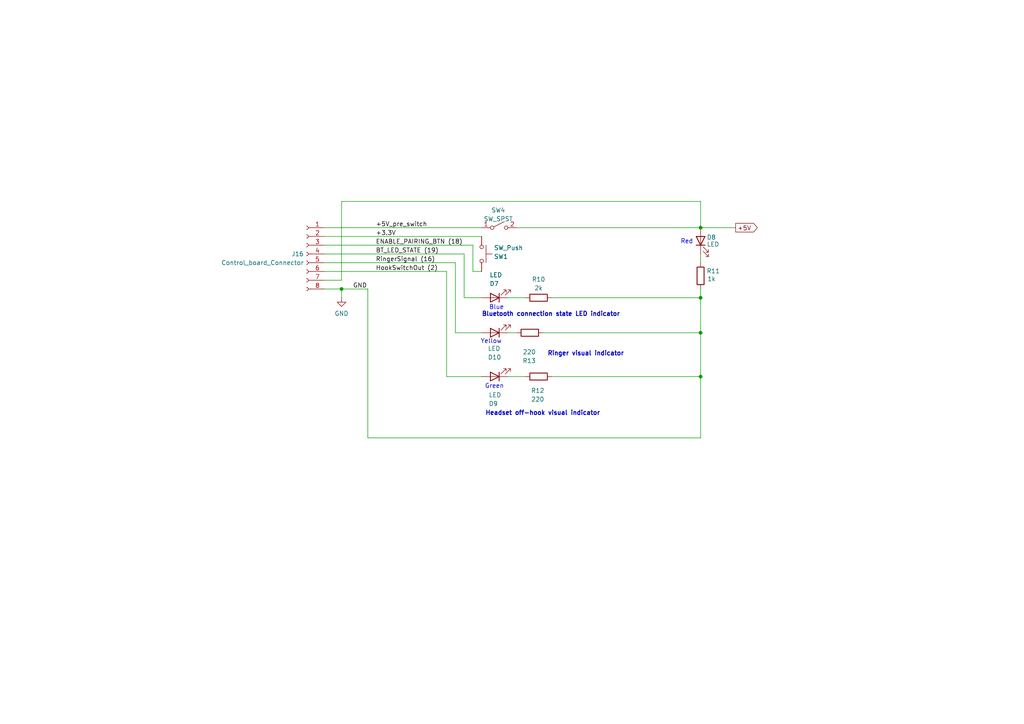
<source format=kicad_sch>
(kicad_sch (version 20230121) (generator eeschema)
  (paper "A4")
  (lib_symbols
    (symbol "Connector:Conn_01x08_Socket" (pin_names (offset 1.016) hide)
      (property "Reference" "J" (at 0 10.16 0))
      (property "Value" "Conn_01x08_Socket" (at 0 -12.7 0))
      (symbol "Conn_01x08_Socket_1_1"
        (arc (start 0 -9.652) (mid -0.5058 -10.16) (end 0 -10.668) (stroke (width 0.1524)))
        (arc (start 0 -7.112) (mid -0.5058 -7.62) (end 0 -8.128) (stroke (width 0.1524)))
        (arc (start 0 -4.572) (mid -0.5058 -5.08) (end 0 -5.588) (stroke (width 0.1524)))
        (arc (start 0 -2.032) (mid -0.5058 -2.54) (end 0 -3.048) (stroke (width 0.1524)))
        (polyline (pts (xy -1.27 -10.16) (xy -0.508 -10.16)) (stroke (width 0.1524)))
        (polyline (pts (xy -1.27 -7.62) (xy -0.508 -7.62)) (stroke (width 0.1524)))
        (polyline (pts (xy -1.27 -5.08) (xy -0.508 -5.08)) (stroke (width 0.1524)))
        (polyline (pts (xy -1.27 -2.54) (xy -0.508 -2.54)) (stroke (width 0.1524)))
        (polyline (pts (xy -1.27 0) (xy -0.508 0)) (stroke (width 0.1524)))
        (polyline (pts (xy -1.27 2.54) (xy -0.508 2.54)) (stroke (width 0.1524)))
        (polyline (pts (xy -1.27 5.08) (xy -0.508 5.08)) (stroke (width 0.1524)))
        (polyline (pts (xy -1.27 7.62) (xy -0.508 7.62)) (stroke (width 0.1524)))
        (arc (start 0 0.508) (mid -0.5058 0) (end 0 -0.508) (stroke (width 0.1524)))
        (arc (start 0 3.048) (mid -0.5058 2.54) (end 0 2.032) (stroke (width 0.1524)))
        (arc (start 0 5.588) (mid -0.5058 5.08) (end 0 4.572) (stroke (width 0.1524)))
        (arc (start 0 8.128) (mid -0.5058 7.62) (end 0 7.112) (stroke (width 0.1524)))
        (pin passive line (at -5.08 7.62 0) (length 3.81) (name "Pin_1") (number "1"))
        (pin passive line (at -5.08 5.08 0) (length 3.81) (name "Pin_2") (number "2"))
        (pin passive line (at -5.08 2.54 0) (length 3.81) (name "Pin_3") (number "3"))
        (pin passive line (at -5.08 0 0) (length 3.81) (name "Pin_4") (number "4"))
        (pin passive line (at -5.08 -2.54 0) (length 3.81) (name "Pin_5") (number "5"))
        (pin passive line (at -5.08 -5.08 0) (length 3.81) (name "Pin_6") (number "6"))
        (pin passive line (at -5.08 -7.62 0) (length 3.81) (name "Pin_7") (number "7"))
        (pin passive line (at -5.08 -10.16 0) (length 3.81) (name "Pin_8") (number "8"))
      )
    )
    (symbol "Device:LED" (pin_numbers hide) (pin_names (offset 1.016) hide)
      (property "Reference" "D" (at 0 2.54 0))
      (property "Value" "LED" (at 0 -2.54 0))
      (symbol "LED_0_1"
        (polyline (pts (xy -1.27 -1.27) (xy -1.27 1.27)) (stroke (width 0.254)))
        (polyline (pts (xy -1.27 0) (xy 1.27 0)))
        (polyline (pts (xy 1.27 -1.27) (xy 1.27 1.27) (xy -1.27 0) (xy 1.27 -1.27)) (stroke (width 0.254)))
        (polyline (pts (xy -3.048 -0.762) (xy -4.572 -2.286) (xy -3.81 -2.286) (xy -4.572 -2.286) (xy -4.572 -1.524)))
        (polyline (pts (xy -1.778 -0.762) (xy -3.302 -2.286) (xy -2.54 -2.286) (xy -3.302 -2.286) (xy -3.302 -1.524)))
      )
      (symbol "LED_1_1"
        (pin passive line (at -3.81 0 0) (length 2.54) (name "K") (number "1"))
        (pin passive line (at 3.81 0 180) (length 2.54) (name "A") (number "2"))
      )
    )
    (symbol "Device:R" (pin_numbers hide) (pin_names (offset 0))
      (property "Reference" "R" (at 2.032 0 90))
      (property "Value" "R" (at 0 0 90))
      (symbol "R_0_1"
        (rectangle (start -1.016 -2.54) (end 1.016 2.54) (stroke (width 0.254)))
      )
      (symbol "R_1_1"
        (pin passive line (at 0 3.81 270) (length 1.27) (name "~") (number "1"))
        (pin passive line (at 0 -3.81 90) (length 1.27) (name "~") (number "2"))
      )
    )
    (symbol "Switch:SW_Push" (pin_numbers hide) (pin_names (offset 1.016) hide)
      (property "Reference" "SW" (at 1.27 2.54 0))
      (property "Value" "SW_Push" (at 0 -1.524 0))
      (symbol "SW_Push_0_1"
        (circle (center -2.032 0) (radius 0.508))
        (polyline (pts (xy 0 1.27) (xy 0 3.048)))
        (polyline (pts (xy 2.54 1.27) (xy -2.54 1.27)))
        (circle (center 2.032 0) (radius 0.508))
        (pin passive line (at -5.08 0 0) (length 2.54) (name "1") (number "1"))
        (pin passive line (at 5.08 0 180) (length 2.54) (name "2") (number "2"))
      )
    )
    (symbol "Switch:SW_SPST" (pin_names (offset 0) hide)
      (property "Reference" "SW" (at 0 3.175 0))
      (property "Value" "SW_SPST" (at 0 -2.54 0))
      (symbol "SW_SPST_0_0"
        (circle (center -2.032 0) (radius 0.508))
        (polyline (pts (xy -1.524 0.254) (xy 1.524 1.778)))
        (circle (center 2.032 0) (radius 0.508))
      )
      (symbol "SW_SPST_1_1"
        (pin passive line (at -5.08 0 0) (length 2.54) (name "A") (number "1"))
        (pin passive line (at 5.08 0 180) (length 2.54) (name "B") (number "2"))
      )
    )
    (symbol "power:GND" (power) (pin_names (offset 0))
      (property "Value" "GND" (at 0 -3.81 0))
      (symbol "GND_0_1"
        (polyline (pts (xy 0 0) (xy 0 -1.27) (xy 1.27 -1.27) (xy 0 -2.54) (xy -1.27 -1.27) (xy 0 -1.27)))
      )
      (symbol "GND_1_1"
        (pin power_in line (at 0 0 270) (length 0) hide (name "GND") (number "1"))
      )
    )
  )
  (junction (at 203.2 66.04))
  (junction (at 203.2 96.52))
  (junction (at 99.06 83.82))
  (junction (at 203.2 86.36))
  (junction (at 203.2 109.22))
  (wire (pts (xy 99.06 58.42) (xy 99.06 81.28)))
  (wire (pts (xy 93.98 73.66) (xy 134.62 73.66)))
  (wire (pts (xy 152.4 109.22) (xy 147.32 109.22)))
  (wire (pts (xy 134.62 73.66) (xy 134.62 86.36)))
  (wire (pts (xy 203.2 109.22) (xy 203.2 127)))
  (wire (pts (xy 137.16 78.74) (xy 139.7 78.74)))
  (wire (pts (xy 93.98 81.28) (xy 99.06 81.28)))
  (wire (pts (xy 160.02 109.22) (xy 203.2 109.22)))
  (wire (pts (xy 157.48 96.52) (xy 203.2 96.52)))
  (wire (pts (xy 132.08 76.2) (xy 132.08 96.52)))
  (wire (pts (xy 93.98 71.12) (xy 137.16 71.12)))
  (wire (pts (xy 99.06 58.42) (xy 203.2 58.42)))
  (wire (pts (xy 93.98 78.74) (xy 129.54 78.74)))
  (wire (pts (xy 152.4 86.36) (xy 147.32 86.36)))
  (wire (pts (xy 203.2 83.82) (xy 203.2 86.36)))
  (wire (pts (xy 106.68 83.82) (xy 106.68 127)))
  (wire (pts (xy 99.06 83.82) (xy 106.68 83.82)))
  (wire (pts (xy 203.2 66.04) (xy 213.36 66.04)))
  (wire (pts (xy 134.62 86.36) (xy 139.7 86.36)))
  (wire (pts (xy 203.2 86.36) (xy 203.2 96.52)))
  (wire (pts (xy 93.98 83.82) (xy 99.06 83.82)))
  (wire (pts (xy 132.08 96.52) (xy 139.7 96.52)))
  (wire (pts (xy 93.98 76.2) (xy 132.08 76.2)))
  (wire (pts (xy 203.2 58.42) (xy 203.2 66.04)))
  (wire (pts (xy 106.68 127) (xy 203.2 127)))
  (wire (pts (xy 160.02 86.36) (xy 203.2 86.36)))
  (wire (pts (xy 129.54 78.74) (xy 129.54 109.22)))
  (wire (pts (xy 93.98 68.58) (xy 139.7 68.58)))
  (wire (pts (xy 203.2 96.52) (xy 203.2 109.22)))
  (wire (pts (xy 99.06 83.82) (xy 99.06 86.36)))
  (wire (pts (xy 93.98 66.04) (xy 139.7 66.04)))
  (wire (pts (xy 147.32 96.52) (xy 149.86 96.52)))
  (wire (pts (xy 137.16 71.12) (xy 137.16 78.74)))
  (wire (pts (xy 149.86 66.04) (xy 203.2 66.04)))
  (wire (pts (xy 203.2 73.66) (xy 203.2 76.2)))
  (wire (pts (xy 129.54 109.22) (xy 139.7 109.22)))
  (text "Yellow" (at 145.542 99.822 0) (effects (font (size 1.27 1.27)) (justify right bottom)))
  (text "Red" (at 197.358 70.866 0) (effects (font (size 1.27 1.27)) (justify left bottom)))
  (text "Green" (at 146.2024 112.8268 0) (effects (font (size 1.27 1.27)) (justify right bottom)))
  (text "Ringer visual indicator" (at 158.75 103.378 0) (effects (font (size 1.27 1.27) (thickness 0.254) bold) (justify left bottom)))
  (text "Blue" (at 146.2024 89.9668 0) (effects (font (size 1.27 1.27)) (justify right bottom)))
  (text "Bluetooth connection state LED indicator" (at 139.7 91.948 0) (effects (font (size 1.27 1.27) (thickness 0.254) bold) (justify left bottom)))
  (text "Headset off-hook visual indicator" (at 140.716 120.65 0) (effects (font (size 1.27 1.27) (thickness 0.254) bold) (justify left bottom)))
  (label "+5V_pre_switch" (at 108.966 66.04 0))
  (label "HookSwitchOut (2)" (at 108.966 78.74 0))
  (label "ENABLE_PAIRING_BTN (18)" (at 108.966 71.12 0))
  (label "BT_LED_STATE (19)" (at 108.966 73.66 0))
  (label "+3.3V" (at 108.966 68.58 0))
  (label "RingerSignal (16)" (at 108.966 76.2 0))
  (label "GND" (at 102.362 83.82 0))
  (global_label "+5V" (shape output) (at 213.36 66.04 0) (property "Intersheetrefs" "${INTERSHEET_REFS}" (effects hide)))
  (symbol (lib_id "Switch:SW_SPST") (at 144.78 66.04 0) (unit 1)
    (property "Reference" "SW4" (at 144.526 60.96 0))
    (property "Value" "SW_SPST" (at 144.526 63.5 0))
    (property "Footprint" "Connector_PinHeader_2.54mm:PinHeader_1x02_P2.54mm_Vertical" (effects hide))
  )
  (symbol (lib_id "power:GND") (at 99.06 86.36 0) (unit 1)
    (property "Reference" "#PWR019" (effects hide))
    (property "Value" "GND" (at 99.06 90.932 0))
    (instances (project "746-hfp-kicad" (path "" (reference "#PWR019") (unit 1)) (path "" (reference "#PWR017") (unit 1))))
  )
  (symbol (lib_id "Switch:SW_Push") (at 139.7 73.66 270) (unit 1)
    (property "Reference" "SW1" (at 143.256 74.422 90) (effects (justify left)))
    (property "Value" "SW_Push" (at 143.256 71.882 90) (effects (justify left)))
    (property "Footprint" "Button_Switch_THT:SW_PUSH_6mm_H5mm" (effects hide))
  )
  (symbol (lib_id "Device:LED") (at 203.2 69.85 90) (unit 1)
    (property "Reference" "D8" (at 204.978 68.834 90) (effects (justify right)))
    (property "Value" "LED" (at 204.978 70.866 90) (effects (justify right)))
    (property "Footprint" "LED_THT:LED_D5.0mm" (effects hide))
    (instances (project "746-hfp-kicad" (path "" (reference "D8") (unit 1)) (path "" (reference "D10") (unit 1))))
  )
  (symbol (lib_id "Device:R") (at 153.67 96.52 90) (unit 1)
    (property "Reference" "R13" (at 155.448 104.648 90) (effects (justify left)))
    (property "Value" "220" (at 155.448 102.108 90) (effects (justify left)))
    (property "Footprint" "Resistor_THT:R_Axial_DIN0207_L6.3mm_D2.5mm_P10.16mm_Horizontal" (effects hide))
    (instances (project "746-hfp-kicad" (path "" (reference "R13") (unit 1)) (path "" (reference "R10") (unit 1))))
  )
  (symbol (lib_id "Device:R") (at 203.2 80.01 0) (unit 1)
    (property "Reference" "R11" (at 206.883 78.613 0))
    (property "Value" "1k" (at 206.375 80.899 0))
    (property "Footprint" "Resistor_THT:R_Axial_DIN0207_L6.3mm_D2.5mm_P10.16mm_Horizontal" (effects hide))
    (instances (project "746-hfp-kicad" (path "" (reference "R11") (unit 1)) (path "" (reference "R13") (unit 1))))
  )
  (symbol (lib_id "Device:LED") (at 143.51 86.36 180) (unit 1)
    (property "Reference" "D7" (at 141.986 82.296 0) (effects (justify right)))
    (property "Value" "LED" (at 141.986 79.756 0) (effects (justify right)))
    (property "Footprint" "LED_THT:LED_D5.0mm" (effects hide))
  )
  (symbol (lib_id "Connector:Conn_01x08_Socket") (at 88.9 73.66 0) (mirror y) (unit 1)
    (property "Reference" "J16" (at 88.138 73.66 0) (effects (justify left)))
    (property "Value" "Control_board_Connector" (at 88.138 76.2 0) (effects (justify left)))
    (property "Footprint" "Connector_PinSocket_2.54mm:PinSocket_1x15_P2.54mm_Vertical" (effects hide))
  )
  (symbol (lib_id "Device:LED") (at 143.51 96.52 180) (unit 1)
    (property "Reference" "D10" (at 141.478 103.632 0) (effects (justify right)))
    (property "Value" "LED" (at 141.478 101.092 0) (effects (justify right)))
    (property "Footprint" "LED_THT:LED_D5.0mm" (effects hide))
    (instances (project "746-hfp-kicad" (path "" (reference "D10") (unit 1)) (path "" (reference "D8") (unit 1))))
  )
  (symbol (lib_id "Device:LED") (at 143.51 109.22 180) (unit 1)
    (property "Reference" "D9" (at 141.732 117.094 0) (effects (justify right)))
    (property "Value" "LED" (at 141.732 114.554 0) (effects (justify right)))
    (property "Footprint" "LED_THT:LED_D5.0mm" (effects hide))
  )
  (symbol (lib_id "Device:R") (at 156.21 109.22 90) (unit 1)
    (property "Reference" "R12" (at 155.956 113.284 90))
    (property "Value" "220" (at 155.956 115.824 90))
    (property "Footprint" "Resistor_THT:R_Axial_DIN0207_L6.3mm_D2.5mm_P10.16mm_Horizontal" (effects hide))
  )
  (symbol (lib_id "Device:R") (at 156.21 86.36 90) (unit 1)
    (property "Reference" "R10" (at 156.21 81.026 90))
    (property "Value" "2k" (at 156.21 83.566 90))
    (property "Footprint" "Resistor_THT:R_Axial_DIN0207_L6.3mm_D2.5mm_P10.16mm_Horizontal" (effects hide))
    (instances (project "746-hfp-kicad" (path "" (reference "R10") (unit 1)) (path "" (reference "R11") (unit 1))))
  )
)
</source>
